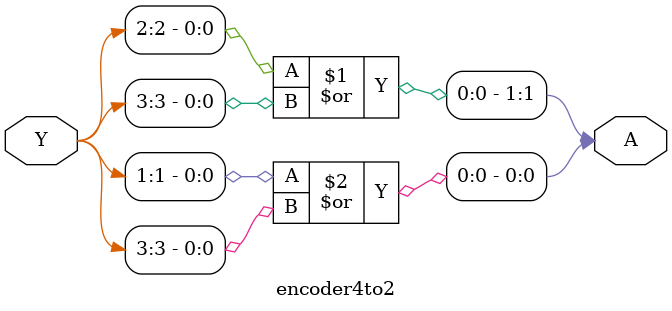
<source format=v>
module encoder4to2(input[3:0] Y, output[1:0] A);
	// data flow model
	// assign A[1] = Y[2] | Y[3];
	// assign A[0] = Y[1] | Y[3];
	
	// gate level model
	or o1(A[1], Y[2], Y[3]);
	or o2(A[0], Y[1], Y[3]);
	
endmodule
</source>
